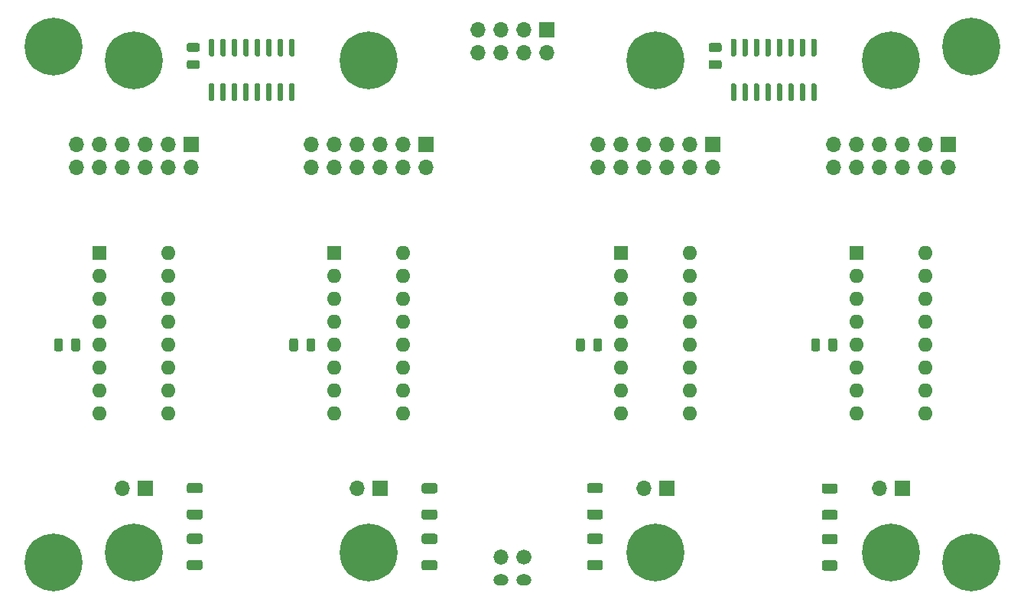
<source format=gts>
G04 #@! TF.GenerationSoftware,KiCad,Pcbnew,(5.1.12-1-10_14)*
G04 #@! TF.CreationDate,2022-01-30T16:38:09+01:00*
G04 #@! TF.ProjectId,NixieDisplayControllerV2,4e697869-6544-4697-9370-6c6179436f6e,rev?*
G04 #@! TF.SameCoordinates,Original*
G04 #@! TF.FileFunction,Soldermask,Top*
G04 #@! TF.FilePolarity,Negative*
%FSLAX46Y46*%
G04 Gerber Fmt 4.6, Leading zero omitted, Abs format (unit mm)*
G04 Created by KiCad (PCBNEW (5.1.12-1-10_14)) date 2022-01-30 16:38:09*
%MOMM*%
%LPD*%
G01*
G04 APERTURE LIST*
%ADD10O,1.676400X1.270000*%
%ADD11O,1.676400X1.676400*%
%ADD12C,1.676400*%
%ADD13O,1.700000X1.700000*%
%ADD14R,1.700000X1.700000*%
%ADD15C,0.800000*%
%ADD16C,6.400000*%
%ADD17O,1.600000X1.600000*%
%ADD18R,1.600000X1.600000*%
G04 APERTURE END LIST*
G36*
G01*
X167536000Y-74065000D02*
X167236000Y-74065000D01*
G75*
G02*
X167086000Y-73915000I0J150000D01*
G01*
X167086000Y-72265000D01*
G75*
G02*
X167236000Y-72115000I150000J0D01*
G01*
X167536000Y-72115000D01*
G75*
G02*
X167686000Y-72265000I0J-150000D01*
G01*
X167686000Y-73915000D01*
G75*
G02*
X167536000Y-74065000I-150000J0D01*
G01*
G37*
G36*
G01*
X168806000Y-74065000D02*
X168506000Y-74065000D01*
G75*
G02*
X168356000Y-73915000I0J150000D01*
G01*
X168356000Y-72265000D01*
G75*
G02*
X168506000Y-72115000I150000J0D01*
G01*
X168806000Y-72115000D01*
G75*
G02*
X168956000Y-72265000I0J-150000D01*
G01*
X168956000Y-73915000D01*
G75*
G02*
X168806000Y-74065000I-150000J0D01*
G01*
G37*
G36*
G01*
X170076000Y-74065000D02*
X169776000Y-74065000D01*
G75*
G02*
X169626000Y-73915000I0J150000D01*
G01*
X169626000Y-72265000D01*
G75*
G02*
X169776000Y-72115000I150000J0D01*
G01*
X170076000Y-72115000D01*
G75*
G02*
X170226000Y-72265000I0J-150000D01*
G01*
X170226000Y-73915000D01*
G75*
G02*
X170076000Y-74065000I-150000J0D01*
G01*
G37*
G36*
G01*
X171346000Y-74065000D02*
X171046000Y-74065000D01*
G75*
G02*
X170896000Y-73915000I0J150000D01*
G01*
X170896000Y-72265000D01*
G75*
G02*
X171046000Y-72115000I150000J0D01*
G01*
X171346000Y-72115000D01*
G75*
G02*
X171496000Y-72265000I0J-150000D01*
G01*
X171496000Y-73915000D01*
G75*
G02*
X171346000Y-74065000I-150000J0D01*
G01*
G37*
G36*
G01*
X172616000Y-74065000D02*
X172316000Y-74065000D01*
G75*
G02*
X172166000Y-73915000I0J150000D01*
G01*
X172166000Y-72265000D01*
G75*
G02*
X172316000Y-72115000I150000J0D01*
G01*
X172616000Y-72115000D01*
G75*
G02*
X172766000Y-72265000I0J-150000D01*
G01*
X172766000Y-73915000D01*
G75*
G02*
X172616000Y-74065000I-150000J0D01*
G01*
G37*
G36*
G01*
X173886000Y-74065000D02*
X173586000Y-74065000D01*
G75*
G02*
X173436000Y-73915000I0J150000D01*
G01*
X173436000Y-72265000D01*
G75*
G02*
X173586000Y-72115000I150000J0D01*
G01*
X173886000Y-72115000D01*
G75*
G02*
X174036000Y-72265000I0J-150000D01*
G01*
X174036000Y-73915000D01*
G75*
G02*
X173886000Y-74065000I-150000J0D01*
G01*
G37*
G36*
G01*
X175156000Y-74065000D02*
X174856000Y-74065000D01*
G75*
G02*
X174706000Y-73915000I0J150000D01*
G01*
X174706000Y-72265000D01*
G75*
G02*
X174856000Y-72115000I150000J0D01*
G01*
X175156000Y-72115000D01*
G75*
G02*
X175306000Y-72265000I0J-150000D01*
G01*
X175306000Y-73915000D01*
G75*
G02*
X175156000Y-74065000I-150000J0D01*
G01*
G37*
G36*
G01*
X176426000Y-74065000D02*
X176126000Y-74065000D01*
G75*
G02*
X175976000Y-73915000I0J150000D01*
G01*
X175976000Y-72265000D01*
G75*
G02*
X176126000Y-72115000I150000J0D01*
G01*
X176426000Y-72115000D01*
G75*
G02*
X176576000Y-72265000I0J-150000D01*
G01*
X176576000Y-73915000D01*
G75*
G02*
X176426000Y-74065000I-150000J0D01*
G01*
G37*
G36*
G01*
X176426000Y-79015000D02*
X176126000Y-79015000D01*
G75*
G02*
X175976000Y-78865000I0J150000D01*
G01*
X175976000Y-77215000D01*
G75*
G02*
X176126000Y-77065000I150000J0D01*
G01*
X176426000Y-77065000D01*
G75*
G02*
X176576000Y-77215000I0J-150000D01*
G01*
X176576000Y-78865000D01*
G75*
G02*
X176426000Y-79015000I-150000J0D01*
G01*
G37*
G36*
G01*
X175156000Y-79015000D02*
X174856000Y-79015000D01*
G75*
G02*
X174706000Y-78865000I0J150000D01*
G01*
X174706000Y-77215000D01*
G75*
G02*
X174856000Y-77065000I150000J0D01*
G01*
X175156000Y-77065000D01*
G75*
G02*
X175306000Y-77215000I0J-150000D01*
G01*
X175306000Y-78865000D01*
G75*
G02*
X175156000Y-79015000I-150000J0D01*
G01*
G37*
G36*
G01*
X173886000Y-79015000D02*
X173586000Y-79015000D01*
G75*
G02*
X173436000Y-78865000I0J150000D01*
G01*
X173436000Y-77215000D01*
G75*
G02*
X173586000Y-77065000I150000J0D01*
G01*
X173886000Y-77065000D01*
G75*
G02*
X174036000Y-77215000I0J-150000D01*
G01*
X174036000Y-78865000D01*
G75*
G02*
X173886000Y-79015000I-150000J0D01*
G01*
G37*
G36*
G01*
X172616000Y-79015000D02*
X172316000Y-79015000D01*
G75*
G02*
X172166000Y-78865000I0J150000D01*
G01*
X172166000Y-77215000D01*
G75*
G02*
X172316000Y-77065000I150000J0D01*
G01*
X172616000Y-77065000D01*
G75*
G02*
X172766000Y-77215000I0J-150000D01*
G01*
X172766000Y-78865000D01*
G75*
G02*
X172616000Y-79015000I-150000J0D01*
G01*
G37*
G36*
G01*
X171346000Y-79015000D02*
X171046000Y-79015000D01*
G75*
G02*
X170896000Y-78865000I0J150000D01*
G01*
X170896000Y-77215000D01*
G75*
G02*
X171046000Y-77065000I150000J0D01*
G01*
X171346000Y-77065000D01*
G75*
G02*
X171496000Y-77215000I0J-150000D01*
G01*
X171496000Y-78865000D01*
G75*
G02*
X171346000Y-79015000I-150000J0D01*
G01*
G37*
G36*
G01*
X170076000Y-79015000D02*
X169776000Y-79015000D01*
G75*
G02*
X169626000Y-78865000I0J150000D01*
G01*
X169626000Y-77215000D01*
G75*
G02*
X169776000Y-77065000I150000J0D01*
G01*
X170076000Y-77065000D01*
G75*
G02*
X170226000Y-77215000I0J-150000D01*
G01*
X170226000Y-78865000D01*
G75*
G02*
X170076000Y-79015000I-150000J0D01*
G01*
G37*
G36*
G01*
X168806000Y-79015000D02*
X168506000Y-79015000D01*
G75*
G02*
X168356000Y-78865000I0J150000D01*
G01*
X168356000Y-77215000D01*
G75*
G02*
X168506000Y-77065000I150000J0D01*
G01*
X168806000Y-77065000D01*
G75*
G02*
X168956000Y-77215000I0J-150000D01*
G01*
X168956000Y-78865000D01*
G75*
G02*
X168806000Y-79015000I-150000J0D01*
G01*
G37*
G36*
G01*
X167536000Y-79015000D02*
X167236000Y-79015000D01*
G75*
G02*
X167086000Y-78865000I0J150000D01*
G01*
X167086000Y-77215000D01*
G75*
G02*
X167236000Y-77065000I150000J0D01*
G01*
X167536000Y-77065000D01*
G75*
G02*
X167686000Y-77215000I0J-150000D01*
G01*
X167686000Y-78865000D01*
G75*
G02*
X167536000Y-79015000I-150000J0D01*
G01*
G37*
G36*
G01*
X109751000Y-74065000D02*
X109451000Y-74065000D01*
G75*
G02*
X109301000Y-73915000I0J150000D01*
G01*
X109301000Y-72265000D01*
G75*
G02*
X109451000Y-72115000I150000J0D01*
G01*
X109751000Y-72115000D01*
G75*
G02*
X109901000Y-72265000I0J-150000D01*
G01*
X109901000Y-73915000D01*
G75*
G02*
X109751000Y-74065000I-150000J0D01*
G01*
G37*
G36*
G01*
X111021000Y-74065000D02*
X110721000Y-74065000D01*
G75*
G02*
X110571000Y-73915000I0J150000D01*
G01*
X110571000Y-72265000D01*
G75*
G02*
X110721000Y-72115000I150000J0D01*
G01*
X111021000Y-72115000D01*
G75*
G02*
X111171000Y-72265000I0J-150000D01*
G01*
X111171000Y-73915000D01*
G75*
G02*
X111021000Y-74065000I-150000J0D01*
G01*
G37*
G36*
G01*
X112291000Y-74065000D02*
X111991000Y-74065000D01*
G75*
G02*
X111841000Y-73915000I0J150000D01*
G01*
X111841000Y-72265000D01*
G75*
G02*
X111991000Y-72115000I150000J0D01*
G01*
X112291000Y-72115000D01*
G75*
G02*
X112441000Y-72265000I0J-150000D01*
G01*
X112441000Y-73915000D01*
G75*
G02*
X112291000Y-74065000I-150000J0D01*
G01*
G37*
G36*
G01*
X113561000Y-74065000D02*
X113261000Y-74065000D01*
G75*
G02*
X113111000Y-73915000I0J150000D01*
G01*
X113111000Y-72265000D01*
G75*
G02*
X113261000Y-72115000I150000J0D01*
G01*
X113561000Y-72115000D01*
G75*
G02*
X113711000Y-72265000I0J-150000D01*
G01*
X113711000Y-73915000D01*
G75*
G02*
X113561000Y-74065000I-150000J0D01*
G01*
G37*
G36*
G01*
X114831000Y-74065000D02*
X114531000Y-74065000D01*
G75*
G02*
X114381000Y-73915000I0J150000D01*
G01*
X114381000Y-72265000D01*
G75*
G02*
X114531000Y-72115000I150000J0D01*
G01*
X114831000Y-72115000D01*
G75*
G02*
X114981000Y-72265000I0J-150000D01*
G01*
X114981000Y-73915000D01*
G75*
G02*
X114831000Y-74065000I-150000J0D01*
G01*
G37*
G36*
G01*
X116101000Y-74065000D02*
X115801000Y-74065000D01*
G75*
G02*
X115651000Y-73915000I0J150000D01*
G01*
X115651000Y-72265000D01*
G75*
G02*
X115801000Y-72115000I150000J0D01*
G01*
X116101000Y-72115000D01*
G75*
G02*
X116251000Y-72265000I0J-150000D01*
G01*
X116251000Y-73915000D01*
G75*
G02*
X116101000Y-74065000I-150000J0D01*
G01*
G37*
G36*
G01*
X117371000Y-74065000D02*
X117071000Y-74065000D01*
G75*
G02*
X116921000Y-73915000I0J150000D01*
G01*
X116921000Y-72265000D01*
G75*
G02*
X117071000Y-72115000I150000J0D01*
G01*
X117371000Y-72115000D01*
G75*
G02*
X117521000Y-72265000I0J-150000D01*
G01*
X117521000Y-73915000D01*
G75*
G02*
X117371000Y-74065000I-150000J0D01*
G01*
G37*
G36*
G01*
X118641000Y-74065000D02*
X118341000Y-74065000D01*
G75*
G02*
X118191000Y-73915000I0J150000D01*
G01*
X118191000Y-72265000D01*
G75*
G02*
X118341000Y-72115000I150000J0D01*
G01*
X118641000Y-72115000D01*
G75*
G02*
X118791000Y-72265000I0J-150000D01*
G01*
X118791000Y-73915000D01*
G75*
G02*
X118641000Y-74065000I-150000J0D01*
G01*
G37*
G36*
G01*
X118641000Y-79015000D02*
X118341000Y-79015000D01*
G75*
G02*
X118191000Y-78865000I0J150000D01*
G01*
X118191000Y-77215000D01*
G75*
G02*
X118341000Y-77065000I150000J0D01*
G01*
X118641000Y-77065000D01*
G75*
G02*
X118791000Y-77215000I0J-150000D01*
G01*
X118791000Y-78865000D01*
G75*
G02*
X118641000Y-79015000I-150000J0D01*
G01*
G37*
G36*
G01*
X117371000Y-79015000D02*
X117071000Y-79015000D01*
G75*
G02*
X116921000Y-78865000I0J150000D01*
G01*
X116921000Y-77215000D01*
G75*
G02*
X117071000Y-77065000I150000J0D01*
G01*
X117371000Y-77065000D01*
G75*
G02*
X117521000Y-77215000I0J-150000D01*
G01*
X117521000Y-78865000D01*
G75*
G02*
X117371000Y-79015000I-150000J0D01*
G01*
G37*
G36*
G01*
X116101000Y-79015000D02*
X115801000Y-79015000D01*
G75*
G02*
X115651000Y-78865000I0J150000D01*
G01*
X115651000Y-77215000D01*
G75*
G02*
X115801000Y-77065000I150000J0D01*
G01*
X116101000Y-77065000D01*
G75*
G02*
X116251000Y-77215000I0J-150000D01*
G01*
X116251000Y-78865000D01*
G75*
G02*
X116101000Y-79015000I-150000J0D01*
G01*
G37*
G36*
G01*
X114831000Y-79015000D02*
X114531000Y-79015000D01*
G75*
G02*
X114381000Y-78865000I0J150000D01*
G01*
X114381000Y-77215000D01*
G75*
G02*
X114531000Y-77065000I150000J0D01*
G01*
X114831000Y-77065000D01*
G75*
G02*
X114981000Y-77215000I0J-150000D01*
G01*
X114981000Y-78865000D01*
G75*
G02*
X114831000Y-79015000I-150000J0D01*
G01*
G37*
G36*
G01*
X113561000Y-79015000D02*
X113261000Y-79015000D01*
G75*
G02*
X113111000Y-78865000I0J150000D01*
G01*
X113111000Y-77215000D01*
G75*
G02*
X113261000Y-77065000I150000J0D01*
G01*
X113561000Y-77065000D01*
G75*
G02*
X113711000Y-77215000I0J-150000D01*
G01*
X113711000Y-78865000D01*
G75*
G02*
X113561000Y-79015000I-150000J0D01*
G01*
G37*
G36*
G01*
X112291000Y-79015000D02*
X111991000Y-79015000D01*
G75*
G02*
X111841000Y-78865000I0J150000D01*
G01*
X111841000Y-77215000D01*
G75*
G02*
X111991000Y-77065000I150000J0D01*
G01*
X112291000Y-77065000D01*
G75*
G02*
X112441000Y-77215000I0J-150000D01*
G01*
X112441000Y-78865000D01*
G75*
G02*
X112291000Y-79015000I-150000J0D01*
G01*
G37*
G36*
G01*
X111021000Y-79015000D02*
X110721000Y-79015000D01*
G75*
G02*
X110571000Y-78865000I0J150000D01*
G01*
X110571000Y-77215000D01*
G75*
G02*
X110721000Y-77065000I150000J0D01*
G01*
X111021000Y-77065000D01*
G75*
G02*
X111171000Y-77215000I0J-150000D01*
G01*
X111171000Y-78865000D01*
G75*
G02*
X111021000Y-79015000I-150000J0D01*
G01*
G37*
G36*
G01*
X109751000Y-79015000D02*
X109451000Y-79015000D01*
G75*
G02*
X109301000Y-78865000I0J150000D01*
G01*
X109301000Y-77215000D01*
G75*
G02*
X109451000Y-77065000I150000J0D01*
G01*
X109751000Y-77065000D01*
G75*
G02*
X109901000Y-77215000I0J-150000D01*
G01*
X109901000Y-78865000D01*
G75*
G02*
X109751000Y-79015000I-150000J0D01*
G01*
G37*
D10*
X141605000Y-132080000D03*
D11*
X141605000Y-129540000D03*
D10*
X144145000Y-132080000D03*
D12*
X144145000Y-129540000D03*
D13*
X139065000Y-73660000D03*
X139065000Y-71120000D03*
X141605000Y-73660000D03*
X141605000Y-71120000D03*
X144145000Y-73660000D03*
X144145000Y-71120000D03*
X146685000Y-73660000D03*
D14*
X146685000Y-71120000D03*
D15*
X195372056Y-71327944D03*
X193675000Y-70625000D03*
X191977944Y-71327944D03*
X191275000Y-73025000D03*
X191977944Y-74722056D03*
X193675000Y-75425000D03*
X195372056Y-74722056D03*
X196075000Y-73025000D03*
D16*
X193675000Y-73025000D03*
D15*
X195372056Y-128477944D03*
X193675000Y-127775000D03*
X191977944Y-128477944D03*
X191275000Y-130175000D03*
X191977944Y-131872056D03*
X193675000Y-132575000D03*
X195372056Y-131872056D03*
X196075000Y-130175000D03*
D16*
X193675000Y-130175000D03*
D15*
X93772056Y-128477944D03*
X92075000Y-127775000D03*
X90377944Y-128477944D03*
X89675000Y-130175000D03*
X90377944Y-131872056D03*
X92075000Y-132575000D03*
X93772056Y-131872056D03*
X94475000Y-130175000D03*
D16*
X92075000Y-130175000D03*
D15*
X93772056Y-71327944D03*
X92075000Y-70625000D03*
X90377944Y-71327944D03*
X89675000Y-73025000D03*
X90377944Y-74722056D03*
X92075000Y-75425000D03*
X93772056Y-74722056D03*
X94475000Y-73025000D03*
D16*
X92075000Y-73025000D03*
G36*
G01*
X164879000Y-74491000D02*
X165829000Y-74491000D01*
G75*
G02*
X166079000Y-74741000I0J-250000D01*
G01*
X166079000Y-75241000D01*
G75*
G02*
X165829000Y-75491000I-250000J0D01*
G01*
X164879000Y-75491000D01*
G75*
G02*
X164629000Y-75241000I0J250000D01*
G01*
X164629000Y-74741000D01*
G75*
G02*
X164879000Y-74491000I250000J0D01*
G01*
G37*
G36*
G01*
X164879000Y-72591000D02*
X165829000Y-72591000D01*
G75*
G02*
X166079000Y-72841000I0J-250000D01*
G01*
X166079000Y-73341000D01*
G75*
G02*
X165829000Y-73591000I-250000J0D01*
G01*
X164879000Y-73591000D01*
G75*
G02*
X164629000Y-73341000I0J250000D01*
G01*
X164629000Y-72841000D01*
G75*
G02*
X164879000Y-72591000I250000J0D01*
G01*
G37*
G36*
G01*
X107094000Y-74491000D02*
X108044000Y-74491000D01*
G75*
G02*
X108294000Y-74741000I0J-250000D01*
G01*
X108294000Y-75241000D01*
G75*
G02*
X108044000Y-75491000I-250000J0D01*
G01*
X107094000Y-75491000D01*
G75*
G02*
X106844000Y-75241000I0J250000D01*
G01*
X106844000Y-74741000D01*
G75*
G02*
X107094000Y-74491000I250000J0D01*
G01*
G37*
G36*
G01*
X107094000Y-72591000D02*
X108044000Y-72591000D01*
G75*
G02*
X108294000Y-72841000I0J-250000D01*
G01*
X108294000Y-73341000D01*
G75*
G02*
X108044000Y-73591000I-250000J0D01*
G01*
X107094000Y-73591000D01*
G75*
G02*
X106844000Y-73341000I0J250000D01*
G01*
X106844000Y-72841000D01*
G75*
G02*
X107094000Y-72591000I250000J0D01*
G01*
G37*
D17*
X188595000Y-95885000D03*
X180975000Y-113665000D03*
X188595000Y-98425000D03*
X180975000Y-111125000D03*
X188595000Y-100965000D03*
X180975000Y-108585000D03*
X188595000Y-103505000D03*
X180975000Y-106045000D03*
X188595000Y-106045000D03*
X180975000Y-103505000D03*
X188595000Y-108585000D03*
X180975000Y-100965000D03*
X188595000Y-111125000D03*
X180975000Y-98425000D03*
X188595000Y-113665000D03*
D18*
X180975000Y-95885000D03*
D17*
X162560000Y-95885000D03*
X154940000Y-113665000D03*
X162560000Y-98425000D03*
X154940000Y-111125000D03*
X162560000Y-100965000D03*
X154940000Y-108585000D03*
X162560000Y-103505000D03*
X154940000Y-106045000D03*
X162560000Y-106045000D03*
X154940000Y-103505000D03*
X162560000Y-108585000D03*
X154940000Y-100965000D03*
X162560000Y-111125000D03*
X154940000Y-98425000D03*
X162560000Y-113665000D03*
D18*
X154940000Y-95885000D03*
D17*
X130810000Y-95885000D03*
X123190000Y-113665000D03*
X130810000Y-98425000D03*
X123190000Y-111125000D03*
X130810000Y-100965000D03*
X123190000Y-108585000D03*
X130810000Y-103505000D03*
X123190000Y-106045000D03*
X130810000Y-106045000D03*
X123190000Y-103505000D03*
X130810000Y-108585000D03*
X123190000Y-100965000D03*
X130810000Y-111125000D03*
X123190000Y-98425000D03*
X130810000Y-113665000D03*
D18*
X123190000Y-95885000D03*
D17*
X104775000Y-95885000D03*
X97155000Y-113665000D03*
X104775000Y-98425000D03*
X97155000Y-111125000D03*
X104775000Y-100965000D03*
X97155000Y-108585000D03*
X104775000Y-103505000D03*
X97155000Y-106045000D03*
X104775000Y-106045000D03*
X97155000Y-103505000D03*
X104775000Y-108585000D03*
X97155000Y-100965000D03*
X104775000Y-111125000D03*
X97155000Y-98425000D03*
X104775000Y-113665000D03*
D18*
X97155000Y-95885000D03*
G36*
G01*
X177405497Y-124315500D02*
X178655503Y-124315500D01*
G75*
G02*
X178905500Y-124565497I0J-249997D01*
G01*
X178905500Y-125190503D01*
G75*
G02*
X178655503Y-125440500I-249997J0D01*
G01*
X177405497Y-125440500D01*
G75*
G02*
X177155500Y-125190503I0J249997D01*
G01*
X177155500Y-124565497D01*
G75*
G02*
X177405497Y-124315500I249997J0D01*
G01*
G37*
G36*
G01*
X177405497Y-121390500D02*
X178655503Y-121390500D01*
G75*
G02*
X178905500Y-121640497I0J-249997D01*
G01*
X178905500Y-122265503D01*
G75*
G02*
X178655503Y-122515500I-249997J0D01*
G01*
X177405497Y-122515500D01*
G75*
G02*
X177155500Y-122265503I0J249997D01*
G01*
X177155500Y-121640497D01*
G75*
G02*
X177405497Y-121390500I249997J0D01*
G01*
G37*
G36*
G01*
X177405497Y-129925500D02*
X178655503Y-129925500D01*
G75*
G02*
X178905500Y-130175497I0J-249997D01*
G01*
X178905500Y-130800503D01*
G75*
G02*
X178655503Y-131050500I-249997J0D01*
G01*
X177405497Y-131050500D01*
G75*
G02*
X177155500Y-130800503I0J249997D01*
G01*
X177155500Y-130175497D01*
G75*
G02*
X177405497Y-129925500I249997J0D01*
G01*
G37*
G36*
G01*
X177405497Y-127000500D02*
X178655503Y-127000500D01*
G75*
G02*
X178905500Y-127250497I0J-249997D01*
G01*
X178905500Y-127875503D01*
G75*
G02*
X178655503Y-128125500I-249997J0D01*
G01*
X177405497Y-128125500D01*
G75*
G02*
X177155500Y-127875503I0J249997D01*
G01*
X177155500Y-127250497D01*
G75*
G02*
X177405497Y-127000500I249997J0D01*
G01*
G37*
G36*
G01*
X151419197Y-124272900D02*
X152669203Y-124272900D01*
G75*
G02*
X152919200Y-124522897I0J-249997D01*
G01*
X152919200Y-125147903D01*
G75*
G02*
X152669203Y-125397900I-249997J0D01*
G01*
X151419197Y-125397900D01*
G75*
G02*
X151169200Y-125147903I0J249997D01*
G01*
X151169200Y-124522897D01*
G75*
G02*
X151419197Y-124272900I249997J0D01*
G01*
G37*
G36*
G01*
X151419197Y-121347900D02*
X152669203Y-121347900D01*
G75*
G02*
X152919200Y-121597897I0J-249997D01*
G01*
X152919200Y-122222903D01*
G75*
G02*
X152669203Y-122472900I-249997J0D01*
G01*
X151419197Y-122472900D01*
G75*
G02*
X151169200Y-122222903I0J249997D01*
G01*
X151169200Y-121597897D01*
G75*
G02*
X151419197Y-121347900I249997J0D01*
G01*
G37*
G36*
G01*
X151419197Y-129882900D02*
X152669203Y-129882900D01*
G75*
G02*
X152919200Y-130132897I0J-249997D01*
G01*
X152919200Y-130757903D01*
G75*
G02*
X152669203Y-131007900I-249997J0D01*
G01*
X151419197Y-131007900D01*
G75*
G02*
X151169200Y-130757903I0J249997D01*
G01*
X151169200Y-130132897D01*
G75*
G02*
X151419197Y-129882900I249997J0D01*
G01*
G37*
G36*
G01*
X151419197Y-126957900D02*
X152669203Y-126957900D01*
G75*
G02*
X152919200Y-127207897I0J-249997D01*
G01*
X152919200Y-127832903D01*
G75*
G02*
X152669203Y-128082900I-249997J0D01*
G01*
X151419197Y-128082900D01*
G75*
G02*
X151169200Y-127832903I0J249997D01*
G01*
X151169200Y-127207897D01*
G75*
G02*
X151419197Y-126957900I249997J0D01*
G01*
G37*
G36*
G01*
X133098997Y-124287500D02*
X134349003Y-124287500D01*
G75*
G02*
X134599000Y-124537497I0J-249997D01*
G01*
X134599000Y-125162503D01*
G75*
G02*
X134349003Y-125412500I-249997J0D01*
G01*
X133098997Y-125412500D01*
G75*
G02*
X132849000Y-125162503I0J249997D01*
G01*
X132849000Y-124537497D01*
G75*
G02*
X133098997Y-124287500I249997J0D01*
G01*
G37*
G36*
G01*
X133098997Y-121362500D02*
X134349003Y-121362500D01*
G75*
G02*
X134599000Y-121612497I0J-249997D01*
G01*
X134599000Y-122237503D01*
G75*
G02*
X134349003Y-122487500I-249997J0D01*
G01*
X133098997Y-122487500D01*
G75*
G02*
X132849000Y-122237503I0J249997D01*
G01*
X132849000Y-121612497D01*
G75*
G02*
X133098997Y-121362500I249997J0D01*
G01*
G37*
G36*
G01*
X133098997Y-129897500D02*
X134349003Y-129897500D01*
G75*
G02*
X134599000Y-130147497I0J-249997D01*
G01*
X134599000Y-130772503D01*
G75*
G02*
X134349003Y-131022500I-249997J0D01*
G01*
X133098997Y-131022500D01*
G75*
G02*
X132849000Y-130772503I0J249997D01*
G01*
X132849000Y-130147497D01*
G75*
G02*
X133098997Y-129897500I249997J0D01*
G01*
G37*
G36*
G01*
X133098997Y-126972500D02*
X134349003Y-126972500D01*
G75*
G02*
X134599000Y-127222497I0J-249997D01*
G01*
X134599000Y-127847503D01*
G75*
G02*
X134349003Y-128097500I-249997J0D01*
G01*
X133098997Y-128097500D01*
G75*
G02*
X132849000Y-127847503I0J249997D01*
G01*
X132849000Y-127222497D01*
G75*
G02*
X133098997Y-126972500I249997J0D01*
G01*
G37*
G36*
G01*
X107110997Y-124266500D02*
X108361003Y-124266500D01*
G75*
G02*
X108611000Y-124516497I0J-249997D01*
G01*
X108611000Y-125141503D01*
G75*
G02*
X108361003Y-125391500I-249997J0D01*
G01*
X107110997Y-125391500D01*
G75*
G02*
X106861000Y-125141503I0J249997D01*
G01*
X106861000Y-124516497D01*
G75*
G02*
X107110997Y-124266500I249997J0D01*
G01*
G37*
G36*
G01*
X107110997Y-121341500D02*
X108361003Y-121341500D01*
G75*
G02*
X108611000Y-121591497I0J-249997D01*
G01*
X108611000Y-122216503D01*
G75*
G02*
X108361003Y-122466500I-249997J0D01*
G01*
X107110997Y-122466500D01*
G75*
G02*
X106861000Y-122216503I0J249997D01*
G01*
X106861000Y-121591497D01*
G75*
G02*
X107110997Y-121341500I249997J0D01*
G01*
G37*
G36*
G01*
X107110997Y-129876500D02*
X108361003Y-129876500D01*
G75*
G02*
X108611000Y-130126497I0J-249997D01*
G01*
X108611000Y-130751503D01*
G75*
G02*
X108361003Y-131001500I-249997J0D01*
G01*
X107110997Y-131001500D01*
G75*
G02*
X106861000Y-130751503I0J249997D01*
G01*
X106861000Y-130126497D01*
G75*
G02*
X107110997Y-129876500I249997J0D01*
G01*
G37*
G36*
G01*
X107110997Y-126951500D02*
X108361003Y-126951500D01*
G75*
G02*
X108611000Y-127201497I0J-249997D01*
G01*
X108611000Y-127826503D01*
G75*
G02*
X108361003Y-128076500I-249997J0D01*
G01*
X107110997Y-128076500D01*
G75*
G02*
X106861000Y-127826503I0J249997D01*
G01*
X106861000Y-127201497D01*
G75*
G02*
X107110997Y-126951500I249997J0D01*
G01*
G37*
D13*
X183515000Y-121920000D03*
D14*
X186055000Y-121920000D03*
D13*
X178435000Y-86360000D03*
X178435000Y-83820000D03*
X180975000Y-86360000D03*
X180975000Y-83820000D03*
X183515000Y-86360000D03*
X183515000Y-83820000D03*
X186055000Y-86360000D03*
X186055000Y-83820000D03*
X188595000Y-86360000D03*
X188595000Y-83820000D03*
X191135000Y-86360000D03*
D14*
X191135000Y-83820000D03*
D13*
X157480000Y-121920000D03*
D14*
X160020000Y-121920000D03*
D13*
X152400000Y-86360000D03*
X152400000Y-83820000D03*
X154940000Y-86360000D03*
X154940000Y-83820000D03*
X157480000Y-86360000D03*
X157480000Y-83820000D03*
X160020000Y-86360000D03*
X160020000Y-83820000D03*
X162560000Y-86360000D03*
X162560000Y-83820000D03*
X165100000Y-86360000D03*
D14*
X165100000Y-83820000D03*
D13*
X125730000Y-121920000D03*
D14*
X128270000Y-121920000D03*
D13*
X120650000Y-86360000D03*
X120650000Y-83820000D03*
X123190000Y-86360000D03*
X123190000Y-83820000D03*
X125730000Y-86360000D03*
X125730000Y-83820000D03*
X128270000Y-86360000D03*
X128270000Y-83820000D03*
X130810000Y-86360000D03*
X130810000Y-83820000D03*
X133350000Y-86360000D03*
D14*
X133350000Y-83820000D03*
X102235000Y-121920000D03*
D13*
X99695000Y-121920000D03*
X94615000Y-86360000D03*
X94615000Y-83820000D03*
X97155000Y-86360000D03*
X97155000Y-83820000D03*
X99695000Y-86360000D03*
X99695000Y-83820000D03*
X102235000Y-86360000D03*
X102235000Y-83820000D03*
X104775000Y-86360000D03*
X104775000Y-83820000D03*
X107315000Y-86360000D03*
D14*
X107315000Y-83820000D03*
D15*
X186482056Y-72851944D03*
X184785000Y-72149000D03*
X183087944Y-72851944D03*
X182385000Y-74549000D03*
X183087944Y-76246056D03*
X184785000Y-76949000D03*
X186482056Y-76246056D03*
X187185000Y-74549000D03*
D16*
X184785000Y-74549000D03*
D15*
X186482056Y-127334944D03*
X184785000Y-126632000D03*
X183087944Y-127334944D03*
X182385000Y-129032000D03*
X183087944Y-130729056D03*
X184785000Y-131432000D03*
X186482056Y-130729056D03*
X187185000Y-129032000D03*
D16*
X184785000Y-129032000D03*
D15*
X160447056Y-72851944D03*
X158750000Y-72149000D03*
X157052944Y-72851944D03*
X156350000Y-74549000D03*
X157052944Y-76246056D03*
X158750000Y-76949000D03*
X160447056Y-76246056D03*
X161150000Y-74549000D03*
D16*
X158750000Y-74549000D03*
D15*
X160447056Y-127321944D03*
X158750000Y-126619000D03*
X157052944Y-127321944D03*
X156350000Y-129019000D03*
X157052944Y-130716056D03*
X158750000Y-131419000D03*
X160447056Y-130716056D03*
X161150000Y-129019000D03*
D16*
X158750000Y-129019000D03*
D15*
X128697056Y-72851944D03*
X127000000Y-72149000D03*
X125302944Y-72851944D03*
X124600000Y-74549000D03*
X125302944Y-76246056D03*
X127000000Y-76949000D03*
X128697056Y-76246056D03*
X129400000Y-74549000D03*
D16*
X127000000Y-74549000D03*
D15*
X128697056Y-127334944D03*
X127000000Y-126632000D03*
X125302944Y-127334944D03*
X124600000Y-129032000D03*
X125302944Y-130729056D03*
X127000000Y-131432000D03*
X128697056Y-130729056D03*
X129400000Y-129032000D03*
D16*
X127000000Y-129032000D03*
D15*
X102662056Y-72851944D03*
X100965000Y-72149000D03*
X99267944Y-72851944D03*
X98565000Y-74549000D03*
X99267944Y-76246056D03*
X100965000Y-76949000D03*
X102662056Y-76246056D03*
X103365000Y-74549000D03*
D16*
X100965000Y-74549000D03*
X100965000Y-129032000D03*
D15*
X103365000Y-129032000D03*
X102662056Y-130729056D03*
X100965000Y-131432000D03*
X99267944Y-130729056D03*
X98565000Y-129032000D03*
X99267944Y-127334944D03*
X100965000Y-126632000D03*
X102662056Y-127334944D03*
G36*
G01*
X176969000Y-105570000D02*
X176969000Y-106520000D01*
G75*
G02*
X176719000Y-106770000I-250000J0D01*
G01*
X176219000Y-106770000D01*
G75*
G02*
X175969000Y-106520000I0J250000D01*
G01*
X175969000Y-105570000D01*
G75*
G02*
X176219000Y-105320000I250000J0D01*
G01*
X176719000Y-105320000D01*
G75*
G02*
X176969000Y-105570000I0J-250000D01*
G01*
G37*
G36*
G01*
X178869000Y-105570000D02*
X178869000Y-106520000D01*
G75*
G02*
X178619000Y-106770000I-250000J0D01*
G01*
X178119000Y-106770000D01*
G75*
G02*
X177869000Y-106520000I0J250000D01*
G01*
X177869000Y-105570000D01*
G75*
G02*
X178119000Y-105320000I250000J0D01*
G01*
X178619000Y-105320000D01*
G75*
G02*
X178869000Y-105570000I0J-250000D01*
G01*
G37*
G36*
G01*
X150934000Y-105570000D02*
X150934000Y-106520000D01*
G75*
G02*
X150684000Y-106770000I-250000J0D01*
G01*
X150184000Y-106770000D01*
G75*
G02*
X149934000Y-106520000I0J250000D01*
G01*
X149934000Y-105570000D01*
G75*
G02*
X150184000Y-105320000I250000J0D01*
G01*
X150684000Y-105320000D01*
G75*
G02*
X150934000Y-105570000I0J-250000D01*
G01*
G37*
G36*
G01*
X152834000Y-105570000D02*
X152834000Y-106520000D01*
G75*
G02*
X152584000Y-106770000I-250000J0D01*
G01*
X152084000Y-106770000D01*
G75*
G02*
X151834000Y-106520000I0J250000D01*
G01*
X151834000Y-105570000D01*
G75*
G02*
X152084000Y-105320000I250000J0D01*
G01*
X152584000Y-105320000D01*
G75*
G02*
X152834000Y-105570000I0J-250000D01*
G01*
G37*
G36*
G01*
X119184000Y-105570000D02*
X119184000Y-106520000D01*
G75*
G02*
X118934000Y-106770000I-250000J0D01*
G01*
X118434000Y-106770000D01*
G75*
G02*
X118184000Y-106520000I0J250000D01*
G01*
X118184000Y-105570000D01*
G75*
G02*
X118434000Y-105320000I250000J0D01*
G01*
X118934000Y-105320000D01*
G75*
G02*
X119184000Y-105570000I0J-250000D01*
G01*
G37*
G36*
G01*
X121084000Y-105570000D02*
X121084000Y-106520000D01*
G75*
G02*
X120834000Y-106770000I-250000J0D01*
G01*
X120334000Y-106770000D01*
G75*
G02*
X120084000Y-106520000I0J250000D01*
G01*
X120084000Y-105570000D01*
G75*
G02*
X120334000Y-105320000I250000J0D01*
G01*
X120834000Y-105320000D01*
G75*
G02*
X121084000Y-105570000I0J-250000D01*
G01*
G37*
G36*
G01*
X93149000Y-105570000D02*
X93149000Y-106520000D01*
G75*
G02*
X92899000Y-106770000I-250000J0D01*
G01*
X92399000Y-106770000D01*
G75*
G02*
X92149000Y-106520000I0J250000D01*
G01*
X92149000Y-105570000D01*
G75*
G02*
X92399000Y-105320000I250000J0D01*
G01*
X92899000Y-105320000D01*
G75*
G02*
X93149000Y-105570000I0J-250000D01*
G01*
G37*
G36*
G01*
X95049000Y-105570000D02*
X95049000Y-106520000D01*
G75*
G02*
X94799000Y-106770000I-250000J0D01*
G01*
X94299000Y-106770000D01*
G75*
G02*
X94049000Y-106520000I0J250000D01*
G01*
X94049000Y-105570000D01*
G75*
G02*
X94299000Y-105320000I250000J0D01*
G01*
X94799000Y-105320000D01*
G75*
G02*
X95049000Y-105570000I0J-250000D01*
G01*
G37*
M02*

</source>
